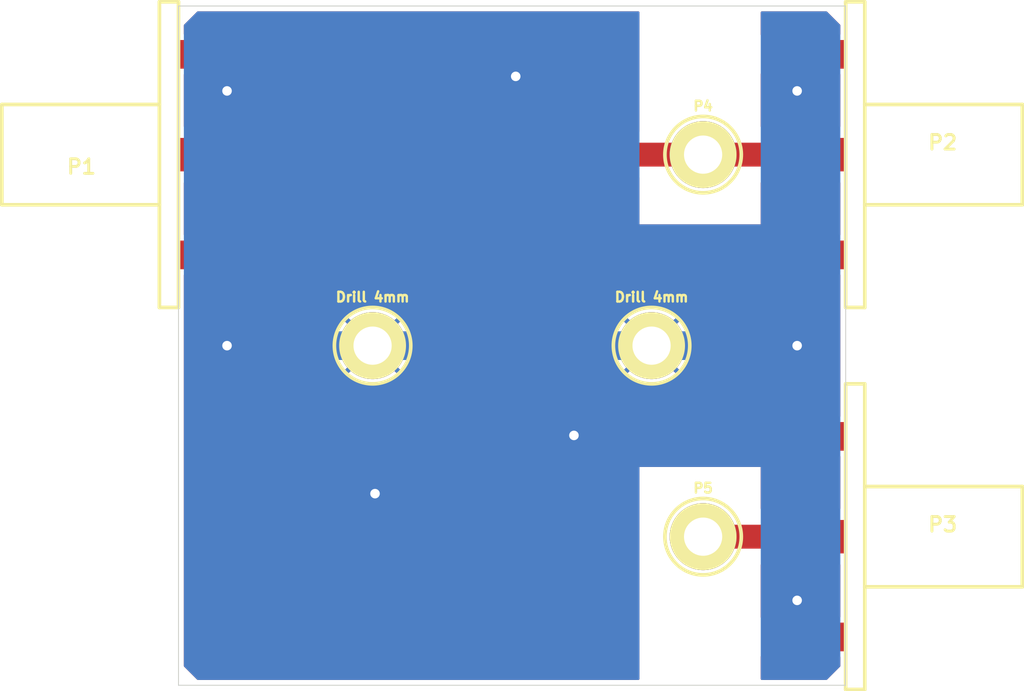
<source format=kicad_pcb>
(kicad_pcb (version 3) (host pcbnew "(22-Jun-2014 BZR 4027)-stable")

  (general
    (links 10)
    (no_connects 0)
    (area 156.739499 103.679499 266.170501 178.260501)
    (thickness 1.6)
    (drawings 5)
    (tracks 34)
    (zones 0)
    (modules 8)
    (nets 4)
  )

  (page A3)
  (title_block 
    (title "4:1 Balun")
    (rev 0.2)
    (company "Libre Space Foundation")
  )

  (layers
    (15 F.Cu signal)
    (0 B.Cu signal)
    (17 F.Adhes user)
    (19 F.Paste user)
    (21 F.SilkS user)
    (23 F.Mask user)
    (28 Edge.Cuts user)
  )

  (setup
    (last_trace_width 2.5)
    (trace_clearance 1.1)
    (zone_clearance 0.508)
    (zone_45_only yes)
    (trace_min 0.254)
    (segment_width 0.2)
    (edge_width 0.1)
    (via_size 0.889)
    (via_drill 0.635)
    (via_min_size 0.889)
    (via_min_drill 0.508)
    (uvia_size 0.508)
    (uvia_drill 0.127)
    (uvias_allowed no)
    (uvia_min_size 0.508)
    (uvia_min_drill 0.127)
    (pcb_text_width 0.3)
    (pcb_text_size 1.5 1.5)
    (mod_edge_width 0.15)
    (mod_text_size 1 1)
    (mod_text_width 0.15)
    (pad_size 5.08 5.08)
    (pad_drill 3.048)
    (pad_to_mask_clearance 0)
    (aux_axis_origin 204.47 161.29)
    (visible_elements FFFFFFBF)
    (pcbplotparams
      (layerselection 2129921)
      (usegerberextensions false)
      (excludeedgelayer false)
      (linewidth 0.150000)
      (plotframeref false)
      (viasonmask false)
      (mode 1)
      (useauxorigin false)
      (hpglpennumber 1)
      (hpglpenspeed 20)
      (hpglpendiameter 15)
      (hpglpenoverlay 2)
      (psnegative false)
      (psa4output true)
      (plotreference true)
      (plotvalue true)
      (plotothertext true)
      (plotinvisibletext false)
      (padsonsilk false)
      (subtractmaskfromsilk false)
      (outputformat 2)
      (mirror true)
      (drillshape 1)
      (scaleselection 1)
      (outputdirectory gerber/))
  )

  (net 0 "")
  (net 1 GND)
  (net 2 N-000001)
  (net 3 N-000003)

  (net_class Default "This is the default net class."
    (clearance 1.1)
    (trace_width 2.5)
    (via_dia 0.889)
    (via_drill 0.635)
    (uvia_dia 0.508)
    (uvia_drill 0.127)
    (add_net "")
    (add_net N-000001)
    (add_net N-000003)
  )

  (net_class Grounds ""
    (clearance 0.254)
    (trace_width 3)
    (via_dia 2.54)
    (via_drill 1)
    (uvia_dia 0.508)
    (uvia_drill 0.127)
    (add_net GND)
  )

  (module NTYPE_EDGE (layer F.Cu) (tedit 554C9A5E) (tstamp 554CC527)
    (at 246.38 160.97)
    (path /554C63A6)
    (fp_text reference P3 (at 10.16 -1.27) (layer F.SilkS)
      (effects (font (size 1.524 1.524) (thickness 0.3048)))
    )
    (fp_text value N-TYPE (at 10.16 1.27) (layer F.SilkS) hide
      (effects (font (size 1.524 1.524) (thickness 0.3048)))
    )
    (fp_line (start 0 -16) (end 2 -16) (layer F.SilkS) (width 0.381))
    (fp_line (start 2 -16) (end 2 16) (layer F.SilkS) (width 0.381))
    (fp_line (start 2 16) (end 0 16) (layer F.SilkS) (width 0.381))
    (fp_line (start 0 -16) (end 0 16) (layer F.SilkS) (width 0.381))
    (fp_line (start 2 5.25) (end 18.5 5.25) (layer F.SilkS) (width 0.381))
    (fp_line (start 18.5 -5.25) (end 18.5 5.25) (layer F.SilkS) (width 0.381))
    (fp_line (start 2 -5.25) (end 18.5 -5.25) (layer F.SilkS) (width 0.381))
    (pad 2 connect rect (at -4.25 -10.5) (size 8.5 3)
      (layers F.Cu F.Mask)
      (net 1 GND)
    )
    (pad 2 connect rect (at -4.25 10.5) (size 8.5 3)
      (layers F.Cu F.Mask)
      (net 1 GND)
    )
    (pad 1 connect rect (at -4.25 0) (size 8.5 3.5)
      (layers F.Cu F.Mask)
      (net 2 N-000001)
    )
  )

  (module NTYPE_EDGE (layer F.Cu) (tedit 554C9A5E) (tstamp 554CB127)
    (at 246.38 120.97)
    (path /554C63A0)
    (fp_text reference P2 (at 10.16 -1.27) (layer F.SilkS)
      (effects (font (size 1.524 1.524) (thickness 0.3048)))
    )
    (fp_text value N-TYPE (at 10.16 1.27) (layer F.SilkS) hide
      (effects (font (size 1.524 1.524) (thickness 0.3048)))
    )
    (fp_line (start 0 -16) (end 2 -16) (layer F.SilkS) (width 0.381))
    (fp_line (start 2 -16) (end 2 16) (layer F.SilkS) (width 0.381))
    (fp_line (start 2 16) (end 0 16) (layer F.SilkS) (width 0.381))
    (fp_line (start 0 -16) (end 0 16) (layer F.SilkS) (width 0.381))
    (fp_line (start 2 5.25) (end 18.5 5.25) (layer F.SilkS) (width 0.381))
    (fp_line (start 18.5 -5.25) (end 18.5 5.25) (layer F.SilkS) (width 0.381))
    (fp_line (start 2 -5.25) (end 18.5 -5.25) (layer F.SilkS) (width 0.381))
    (pad 2 connect rect (at -4.25 -10.5) (size 8.5 3)
      (layers F.Cu F.Mask)
      (net 1 GND)
    )
    (pad 2 connect rect (at -4.25 10.5) (size 8.5 3)
      (layers F.Cu F.Mask)
      (net 1 GND)
    )
    (pad 1 connect rect (at -4.25 0) (size 8.5 3.5)
      (layers F.Cu F.Mask)
      (net 3 N-000003)
    )
  )

  (module NTYPE_EDGE (layer F.Cu) (tedit 554C9A5E) (tstamp 554CB11B)
    (at 176.53 120.97 180)
    (path /554C6393)
    (fp_text reference P1 (at 10.16 -1.27 180) (layer F.SilkS)
      (effects (font (size 1.524 1.524) (thickness 0.3048)))
    )
    (fp_text value N-TYPE (at 10.16 1.27 180) (layer F.SilkS) hide
      (effects (font (size 1.524 1.524) (thickness 0.3048)))
    )
    (fp_line (start 0 -16) (end 2 -16) (layer F.SilkS) (width 0.381))
    (fp_line (start 2 -16) (end 2 16) (layer F.SilkS) (width 0.381))
    (fp_line (start 2 16) (end 0 16) (layer F.SilkS) (width 0.381))
    (fp_line (start 0 -16) (end 0 16) (layer F.SilkS) (width 0.381))
    (fp_line (start 2 5.25) (end 18.5 5.25) (layer F.SilkS) (width 0.381))
    (fp_line (start 18.5 -5.25) (end 18.5 5.25) (layer F.SilkS) (width 0.381))
    (fp_line (start 2 -5.25) (end 18.5 -5.25) (layer F.SilkS) (width 0.381))
    (pad 2 connect rect (at -4.25 -10.5 180) (size 8.5 3)
      (layers F.Cu F.Mask)
      (net 1 GND)
    )
    (pad 2 connect rect (at -4.25 10.5 180) (size 8.5 3)
      (layers F.Cu F.Mask)
      (net 1 GND)
    )
    (pad 1 connect rect (at -4.25 0 180) (size 8.5 3.5)
      (layers F.Cu F.Mask)
      (net 3 N-000003)
    )
  )

  (module DRILL_4mm (layer F.Cu) (tedit 554C95D8) (tstamp 554D460F)
    (at 231.455 120.97)
    (descr "module 1 pin (ou trou mecanique de percage)")
    (tags DEV)
    (path /554C872F)
    (fp_text reference P4 (at 0 -5.08) (layer F.SilkS)
      (effects (font (size 1.016 1.016) (thickness 0.254)))
    )
    (fp_text value CLAMP (at 0 5.08) (layer F.SilkS) hide
      (effects (font (size 1.016 1.016) (thickness 0.254)))
    )
    (fp_circle (center 0 0) (end 0 4) (layer F.SilkS) (width 0.381))
    (pad 1 thru_hole circle (at 0 0) (size 7 7) (drill 4)
      (layers *.Cu *.Mask F.SilkS)
      (net 3 N-000003)
    )
  )

  (module DRILL_4mm (layer F.Cu) (tedit 554C95D8) (tstamp 554D4663)
    (at 231.455 160.97)
    (descr "module 1 pin (ou trou mecanique de percage)")
    (tags DEV)
    (path /554C8713)
    (fp_text reference P5 (at 0 -5.08) (layer F.SilkS)
      (effects (font (size 1.016 1.016) (thickness 0.254)))
    )
    (fp_text value CLAMP (at 0 5.08) (layer F.SilkS) hide
      (effects (font (size 1.016 1.016) (thickness 0.254)))
    )
    (fp_circle (center 0 0) (end 0 4) (layer F.SilkS) (width 0.381))
    (pad 1 thru_hole circle (at 0 0) (size 7 7) (drill 4)
      (layers *.Cu *.Mask F.SilkS)
      (net 2 N-000001)
    )
  )

  (module DRILL_4mm (layer F.Cu) (tedit 554C95D8) (tstamp 554F2E1A)
    (at 196.85 140.97)
    (descr "module 1 pin (ou trou mecanique de percage)")
    (tags DEV)
    (path 1pin)
    (fp_text reference "Drill 4mm" (at 0 -5.08) (layer F.SilkS)
      (effects (font (size 1.016 1.016) (thickness 0.254)))
    )
    (fp_text value P*** (at 0 5.08) (layer F.SilkS) hide
      (effects (font (size 1.016 1.016) (thickness 0.254)))
    )
    (fp_circle (center 0 0) (end 0 4) (layer F.SilkS) (width 0.381))
    (pad 1 thru_hole circle (at 0 0) (size 7 7) (drill 4)
      (layers *.Cu *.Mask F.SilkS)
      (net 1 GND)
    )
  )

  (module DRILL_4mm (layer F.Cu) (tedit 554C95D8) (tstamp 554F2E4D)
    (at 226.06 140.97)
    (descr "module 1 pin (ou trou mecanique de percage)")
    (tags DEV)
    (path 1pin)
    (fp_text reference "Drill 4mm" (at 0 -5.08) (layer F.SilkS)
      (effects (font (size 1.016 1.016) (thickness 0.254)))
    )
    (fp_text value P*** (at 0 5.08) (layer F.SilkS) hide
      (effects (font (size 1.016 1.016) (thickness 0.254)))
    )
    (fp_circle (center 0 0) (end 0 4) (layer F.SilkS) (width 0.381))
    (pad 1 thru_hole circle (at 0 0) (size 7 7) (drill 4)
      (layers *.Cu *.Mask F.SilkS)
      (net 1 GND)
    )
  )

  (module OSHW_COPPER_10MM (layer F.Cu) (tedit 4F4F92AA) (tstamp 555026DA)
    (at 184.15 168.91)
    (fp_text reference OSHW_COPPER_10MM (at 0 0) (layer F.SilkS) hide
      (effects (font (size 1.524 1.524) (thickness 0.3048)))
    )
    (fp_text value VAL** (at 0 0) (layer F.SilkS) hide
      (effects (font (size 1.524 1.524) (thickness 0.3048)))
    )
    (pad "" smd trapezoid (at 0 -4.1656 180) (size 1.45796 1.4986) (rect_delta 0 -0.2794 )
      (layers F.Cu F.Paste F.Mask)
    )
    (pad "" smd trapezoid (at 2.94386 -2.94386 135) (size 1.45796 1.4986) (rect_delta 0 -0.2794 )
      (layers F.Cu F.Paste F.Mask)
    )
    (pad "" smd trapezoid (at 4.1656 0 90) (size 1.45796 1.4986) (rect_delta 0 -0.2794 )
      (layers F.Cu F.Paste F.Mask)
    )
    (pad "" smd trapezoid (at 2.94386 2.94386 45) (size 1.45796 1.4986) (rect_delta 0 -0.2794 )
      (layers F.Cu F.Paste F.Mask)
    )
    (pad "" smd trapezoid (at -2.94386 -2.94386 225) (size 1.45796 1.4986) (rect_delta 0 -0.2794 )
      (layers F.Cu F.Paste F.Mask)
    )
    (pad "" smd trapezoid (at -4.1656 0 270) (size 1.45796 1.4986) (rect_delta 0 -0.2794 )
      (layers F.Cu F.Paste F.Mask)
    )
    (pad "" smd trapezoid (at -2.94386 2.94386 315) (size 1.45796 1.4986) (rect_delta 0 -0.2794 )
      (layers F.Cu F.Paste F.Mask)
    )
    (pad "" smd trapezoid (at 0 -2.39522 180) (size 1.08204 2.29108) (rect_delta 0 0.41402 )
      (layers F.Cu F.Paste F.Mask)
    )
    (pad "" smd trapezoid (at -0.9144 -2.21234 202.5) (size 1.08204 2.29108) (rect_delta 0 0.41402 )
      (layers F.Cu F.Paste F.Mask)
    )
    (pad "" smd trapezoid (at 0.9144 -2.21234 157.5) (size 1.08204 2.29108) (rect_delta 0 0.41402 )
      (layers F.Cu F.Paste F.Mask)
    )
    (pad "" smd trapezoid (at 1.69164 -1.69164 135) (size 1.08204 2.29108) (rect_delta 0 0.41402 )
      (layers F.Cu F.Paste F.Mask)
    )
    (pad "" smd trapezoid (at -1.69164 -1.69164 225) (size 1.08204 2.29108) (rect_delta 0 0.41402 )
      (layers F.Cu F.Paste F.Mask)
    )
    (pad "" smd trapezoid (at 2.21234 -0.9144 112.5) (size 1.08204 2.29108) (rect_delta 0 0.41402 )
      (layers F.Cu F.Paste F.Mask)
    )
    (pad "" smd trapezoid (at -2.21234 -0.9144 247.5) (size 1.08204 2.29108) (rect_delta 0 0.41402 )
      (layers F.Cu F.Paste F.Mask)
    )
    (pad "" smd trapezoid (at 2.39522 0 90) (size 1.08204 2.29108) (rect_delta 0 0.41402 )
      (layers F.Cu F.Paste F.Mask)
    )
    (pad "" smd trapezoid (at -2.39522 0 270) (size 1.08204 2.29108) (rect_delta 0 0.41402 )
      (layers F.Cu F.Paste F.Mask)
    )
    (pad "" smd trapezoid (at -2.21234 0.9144 292.5) (size 1.08204 2.29108) (rect_delta 0 0.41402 )
      (layers F.Cu F.Paste F.Mask)
    )
    (pad "" smd trapezoid (at 2.21234 0.9144 67.5) (size 1.08204 2.29108) (rect_delta 0 0.41402 )
      (layers F.Cu F.Paste F.Mask)
    )
    (pad "" smd trapezoid (at 1.69164 1.69164 45) (size 1.08204 2.29108) (rect_delta 0 0.41402 )
      (layers F.Cu F.Paste F.Mask)
    )
    (pad "" smd trapezoid (at -1.69164 1.69164 315) (size 1.08204 2.29108) (rect_delta 0 0.41402 )
      (layers F.Cu F.Paste F.Mask)
    )
    (pad "" smd trapezoid (at -1.32842 1.99136 326.3) (size 0.54102 2.29108) (rect_delta 0 0.20828 )
      (layers F.Cu F.Paste F.Mask)
    )
    (pad "" smd trapezoid (at 1.32842 1.99136 33.7) (size 0.54102 2.29108) (rect_delta 0 0.20828 )
      (layers F.Cu F.Paste F.Mask)
    )
  )

  (gr_text "4:1 Balun REV0.2\n©2015 Libre Space Foundation" (at 190.5 168.91) (layer F.Cu)
    (effects (font (size 1.3 1.3) (thickness 0.3)) (justify left))
  )
  (gr_line (start 246.38 176.53) (end 176.53 176.53) (angle 90) (layer Edge.Cuts) (width 0.1))
  (gr_line (start 246.38 105.41) (end 246.38 176.53) (angle 90) (layer Edge.Cuts) (width 0.1))
  (gr_line (start 176.53 105.41) (end 246.38 105.41) (angle 90) (layer Edge.Cuts) (width 0.1))
  (gr_line (start 176.53 176.53) (end 176.53 105.41) (angle 90) (layer Edge.Cuts) (width 0.1) (tstamp 554F5BEE))

  (segment (start 197.104 156.464) (end 211.836 156.464) (width 3) (layer B.Cu) (net 1))
  (via (at 197.104 156.464) (size 2.54) (layers F.Cu B.Cu) (net 1))
  (segment (start 181.61 140.97) (end 197.104 156.464) (width 3) (layer B.Cu) (net 1))
  (via (at 217.932 150.368) (size 2.54) (layers F.Cu B.Cu) (net 1))
  (segment (start 211.836 156.464) (end 217.932 150.368) (width 3) (layer B.Cu) (net 1) (tstamp 554DDD9C))
  (segment (start 181.61 140.97) (end 209.804 112.776) (width 3) (layer B.Cu) (net 1))
  (via (at 211.836 112.776) (size 2.54) (layers F.Cu B.Cu) (net 1))
  (segment (start 209.804 112.776) (end 211.836 112.776) (width 3) (layer B.Cu) (net 1) (tstamp 554DDD79))
  (segment (start 196.85 140.97) (end 181.61 140.97) (width 3) (layer B.Cu) (net 1))
  (segment (start 180.78 110.47) (end 180.78 113.47) (width 3) (layer F.Cu) (net 1))
  (segment (start 180.78 113.47) (end 181.61 114.3) (width 3) (layer F.Cu) (net 1) (tstamp 554DDC92))
  (via (at 181.61 114.3) (size 2.54) (layers F.Cu B.Cu) (net 1))
  (segment (start 181.61 114.3) (end 181.61 140.97) (width 3) (layer B.Cu) (net 1) (tstamp 554DDC97))
  (segment (start 181.61 132.3) (end 180.78 131.47) (width 3) (layer F.Cu) (net 1) (tstamp 554DDCC6))
  (via (at 181.61 140.97) (size 2.54) (layers F.Cu B.Cu) (net 1))
  (segment (start 181.61 140.97) (end 181.61 132.3) (width 3) (layer F.Cu) (net 1) (tstamp 554DDCC5))
  (segment (start 226.06 140.97) (end 241.3 140.97) (width 3) (layer B.Cu) (net 1))
  (segment (start 226.06 140.97) (end 196.85 140.97) (width 3) (layer B.Cu) (net 1))
  (segment (start 241.3 140.97) (end 241.3 132.3) (width 3) (layer F.Cu) (net 1) (status 20))
  (segment (start 241.3 132.3) (end 242.13 131.47) (width 3) (layer F.Cu) (net 1) (tstamp 554ED141) (status 30))
  (via (at 241.3 140.97) (size 2.54) (layers F.Cu B.Cu) (net 1))
  (segment (start 242.13 150.47) (end 241.3 149.64) (width 3) (layer F.Cu) (net 1) (tstamp 554ED13E))
  (segment (start 241.3 149.64) (end 241.3 140.97) (width 3) (layer F.Cu) (net 1) (tstamp 554ED13D))
  (segment (start 242.13 171.47) (end 242.13 168.47) (width 3) (layer F.Cu) (net 1))
  (segment (start 241.3 167.64) (end 241.3 140.97) (width 3) (layer B.Cu) (net 1) (tstamp 554ED132))
  (via (at 241.3 167.64) (size 2.54) (layers F.Cu B.Cu) (net 1))
  (segment (start 242.13 168.47) (end 241.3 167.64) (width 3) (layer F.Cu) (net 1) (tstamp 554ED12F))
  (segment (start 242.13 113.47) (end 242.13 110.47) (width 3) (layer F.Cu) (net 1) (tstamp 554ED136) (status 20))
  (segment (start 241.3 114.3) (end 242.13 113.47) (width 3) (layer F.Cu) (net 1) (tstamp 554ED135))
  (via (at 241.3 114.3) (size 2.54) (layers F.Cu B.Cu) (net 1))
  (segment (start 241.3 140.97) (end 241.3 114.3) (width 3) (layer B.Cu) (net 1) (tstamp 554ED13A))
  (segment (start 231.455 160.97) (end 240.63 160.97) (width 2.5) (layer F.Cu) (net 2))
  (segment (start 180.78 120.97) (end 231.455 120.97) (width 2.5) (layer F.Cu) (net 3))
  (segment (start 240.63 120.97) (end 231.455 120.97) (width 2.5) (layer F.Cu) (net 3) (status 10))

  (zone (net 1) (net_name GND) (layer B.Cu) (tstamp 554F5BF8) (hatch edge 0.508)
    (connect_pads (clearance 0.508))
    (min_thickness 0.254)
    (fill (arc_segments 16) (thermal_gap 0.508) (thermal_bridge_width 0.508) (smoothing chamfer) (radius 2.54))
    (polygon
      (pts
        (xy 246.38 176.53) (xy 176.53 176.53) (xy 176.53 105.41) (xy 246.38 105.41)
      )
    )
    (filled_polygon
      (pts
        (xy 245.695 174.495395) (xy 244.345395 175.845) (xy 237.617 175.845) (xy 237.617 153.543) (xy 230.202345 153.543)
        (xy 230.202345 140.185334) (xy 229.586748 138.659856) (xy 229.543923 138.595762) (xy 229.017311 138.192294) (xy 228.837706 138.371899)
        (xy 228.837706 138.012689) (xy 228.434238 137.486077) (xy 226.92027 136.842693) (xy 225.275334 136.827655) (xy 223.749856 137.443252)
        (xy 223.685762 137.486077) (xy 223.282294 138.012689) (xy 226.06 140.790395) (xy 228.837706 138.012689) (xy 228.837706 138.371899)
        (xy 226.239605 140.97) (xy 229.017311 143.747706) (xy 229.543923 143.344238) (xy 230.187307 141.83027) (xy 230.202345 140.185334)
        (xy 230.202345 153.543) (xy 228.837706 153.543) (xy 228.837706 143.927311) (xy 226.06 141.149605) (xy 225.880395 141.32921)
        (xy 225.880395 140.97) (xy 223.102689 138.192294) (xy 222.576077 138.595762) (xy 221.932693 140.10973) (xy 221.917655 141.754666)
        (xy 222.533252 143.280144) (xy 222.576077 143.344238) (xy 223.102689 143.747706) (xy 225.880395 140.97) (xy 225.880395 141.32921)
        (xy 223.282294 143.927311) (xy 223.685762 144.453923) (xy 225.19973 145.097307) (xy 226.844666 145.112345) (xy 228.370144 144.496748)
        (xy 228.434238 144.453923) (xy 228.837706 143.927311) (xy 228.837706 153.543) (xy 224.663 153.543) (xy 224.663 175.845)
        (xy 200.992345 175.845) (xy 200.992345 140.185334) (xy 200.376748 138.659856) (xy 200.333923 138.595762) (xy 199.807311 138.192294)
        (xy 199.627706 138.371899) (xy 199.627706 138.012689) (xy 199.224238 137.486077) (xy 197.71027 136.842693) (xy 196.065334 136.827655)
        (xy 194.539856 137.443252) (xy 194.475762 137.486077) (xy 194.072294 138.012689) (xy 196.85 140.790395) (xy 199.627706 138.012689)
        (xy 199.627706 138.371899) (xy 197.029605 140.97) (xy 199.807311 143.747706) (xy 200.333923 143.344238) (xy 200.977307 141.83027)
        (xy 200.992345 140.185334) (xy 200.992345 175.845) (xy 199.627706 175.845) (xy 199.627706 143.927311) (xy 196.85 141.149605)
        (xy 196.670395 141.32921) (xy 196.670395 140.97) (xy 193.892689 138.192294) (xy 193.366077 138.595762) (xy 192.722693 140.10973)
        (xy 192.707655 141.754666) (xy 193.323252 143.280144) (xy 193.366077 143.344238) (xy 193.892689 143.747706) (xy 196.670395 140.97)
        (xy 196.670395 141.32921) (xy 194.072294 143.927311) (xy 194.475762 144.453923) (xy 195.98973 145.097307) (xy 197.634666 145.112345)
        (xy 199.160144 144.496748) (xy 199.224238 144.453923) (xy 199.627706 143.927311) (xy 199.627706 175.845) (xy 178.564605 175.845)
        (xy 177.215 174.495395) (xy 177.215 107.444605) (xy 178.564605 106.095) (xy 224.663 106.095) (xy 224.663 128.397)
        (xy 237.617 128.397) (xy 237.617 106.095) (xy 244.345395 106.095) (xy 245.695 107.444605) (xy 245.695 174.495395)
      )
    )
  )
  (zone (net 0) (net_name "") (layer B.Cu) (tstamp 554F5BF9) (hatch edge 0.508)
    (connect_pads (clearance 0.508))
    (min_thickness 0.254)
    (keepout (tracks not_allowed) (vias not_allowed) (copperpour not_allowed))
    (fill (arc_segments 16) (thermal_gap 0.508) (thermal_bridge_width 0.508))
    (polygon
      (pts
        (xy 237.49 176.53) (xy 224.79 176.53) (xy 224.79 153.67) (xy 237.49 153.67)
      )
    )
  )
  (zone (net 0) (net_name "") (layer B.Cu) (tstamp 554F5BFB) (hatch edge 0.508)
    (connect_pads (clearance 0.508))
    (min_thickness 0.254)
    (keepout (tracks not_allowed) (vias not_allowed) (copperpour not_allowed))
    (fill (arc_segments 16) (thermal_gap 0.508) (thermal_bridge_width 0.508))
    (polygon
      (pts
        (xy 237.49 128.27) (xy 224.79 128.27) (xy 224.79 105.41) (xy 237.49 105.41)
      )
    )
  )
  (zone (net 0) (net_name "") (layer F.Cu) (tstamp 554F5BFB) (hatch edge 0.508)
    (connect_pads (clearance 0.508))
    (min_thickness 0.254)
    (keepout (tracks allowed) (vias not_allowed) (copperpour not_allowed))
    (fill (arc_segments 16) (thermal_gap 0.508) (thermal_bridge_width 0.508))
    (polygon
      (pts
        (xy 237.49 128.27) (xy 224.79 128.27) (xy 224.79 105.41) (xy 237.49 105.41)
      )
    )
  )
  (zone (net 0) (net_name "") (layer F.Cu) (tstamp 554F5BF9) (hatch edge 0.508)
    (connect_pads (clearance 0.508))
    (min_thickness 0.254)
    (keepout (tracks allowed) (vias not_allowed) (copperpour not_allowed))
    (fill (arc_segments 16) (thermal_gap 0.508) (thermal_bridge_width 0.508))
    (polygon
      (pts
        (xy 237.49 176.53) (xy 224.79 176.53) (xy 224.79 153.67) (xy 237.49 153.67)
      )
    )
  )
  (zone (net 1) (net_name GND) (layer F.Cu) (tstamp 554F5BF8) (hatch edge 0.508)
    (connect_pads (clearance 0.508))
    (min_thickness 0.254)
    (fill (arc_segments 16) (thermal_gap 0.508) (thermal_bridge_width 0.508) (smoothing chamfer) (radius 2.54))
    (polygon
      (pts
        (xy 246.38 176.53) (xy 176.53 176.53) (xy 176.53 105.41) (xy 246.38 105.41)
      )
    )
    (filled_polygon
      (pts
        (xy 224.663 118.493) (xy 186.037995 118.493) (xy 185.725947 118.180407) (xy 185.66511 118.155145) (xy 185.66511 111.844245)
        (xy 185.66511 109.095755) (xy 185.664889 108.843136) (xy 185.568013 108.609832) (xy 185.389229 108.431359) (xy 185.155755 108.33489)
        (xy 181.06575 108.335) (xy 180.907 108.49375) (xy 180.907 110.343) (xy 185.50625 110.343) (xy 185.665 110.18425)
        (xy 185.66511 109.095755) (xy 185.66511 111.844245) (xy 185.665 110.75575) (xy 185.50625 110.597) (xy 180.907 110.597)
        (xy 180.907 112.44625) (xy 181.06575 112.605) (xy 185.155755 112.60511) (xy 185.389229 112.508641) (xy 185.568013 112.330168)
        (xy 185.664889 112.096864) (xy 185.66511 111.844245) (xy 185.66511 118.155145) (xy 185.275136 117.993214) (xy 184.787005 117.992788)
        (xy 177.215 117.992788) (xy 177.215 112.605088) (xy 180.49425 112.605) (xy 180.653 112.44625) (xy 180.653 110.597)
        (xy 180.633 110.597) (xy 180.633 110.343) (xy 180.653 110.343) (xy 180.653 108.49375) (xy 180.49425 108.335)
        (xy 177.215 108.334911) (xy 177.215 107.444605) (xy 178.564605 106.095) (xy 224.663 106.095) (xy 224.663 118.493)
      )
    )
    (filled_polygon
      (pts
        (xy 245.695 117.992788) (xy 237.637005 117.992788) (xy 237.617 118.001053) (xy 237.617 112.548401) (xy 237.754245 112.60511)
        (xy 241.84425 112.605) (xy 242.003 112.44625) (xy 242.003 110.597) (xy 241.983 110.597) (xy 241.983 110.343)
        (xy 242.003 110.343) (xy 242.003 108.49375) (xy 241.84425 108.335) (xy 237.754245 108.33489) (xy 237.617 108.391598)
        (xy 237.617 106.095) (xy 244.345395 106.095) (xy 245.695 107.444605) (xy 245.695 108.334911) (xy 242.41575 108.335)
        (xy 242.257 108.49375) (xy 242.257 110.343) (xy 242.277 110.343) (xy 242.277 110.597) (xy 242.257 110.597)
        (xy 242.257 112.44625) (xy 242.41575 112.605) (xy 245.695 112.605088) (xy 245.695 117.992788)
      )
    )
    (filled_polygon
      (pts
        (xy 245.695 157.992788) (xy 242.003 157.992788) (xy 242.003 152.44625) (xy 242.003 150.597) (xy 242.003 150.343)
        (xy 242.003 148.49375) (xy 242.003 133.44625) (xy 242.003 131.597) (xy 242.003 131.343) (xy 242.003 129.49375)
        (xy 241.84425 129.335) (xy 237.754245 129.33489) (xy 237.520771 129.431359) (xy 237.341987 129.609832) (xy 237.245111 129.843136)
        (xy 237.24489 130.095755) (xy 237.245 131.18425) (xy 237.40375 131.343) (xy 242.003 131.343) (xy 242.003 131.597)
        (xy 237.40375 131.597) (xy 237.245 131.75575) (xy 237.24489 132.844245) (xy 237.245111 133.096864) (xy 237.341987 133.330168)
        (xy 237.520771 133.508641) (xy 237.754245 133.60511) (xy 241.84425 133.605) (xy 242.003 133.44625) (xy 242.003 148.49375)
        (xy 241.84425 148.335) (xy 237.754245 148.33489) (xy 237.520771 148.431359) (xy 237.341987 148.609832) (xy 237.245111 148.843136)
        (xy 237.24489 149.095755) (xy 237.245 150.18425) (xy 237.40375 150.343) (xy 242.003 150.343) (xy 242.003 150.597)
        (xy 237.40375 150.597) (xy 237.245 150.75575) (xy 237.24489 151.844245) (xy 237.245111 152.096864) (xy 237.341987 152.330168)
        (xy 237.520771 152.508641) (xy 237.754245 152.60511) (xy 241.84425 152.605) (xy 242.003 152.44625) (xy 242.003 157.992788)
        (xy 237.637005 157.992788) (xy 237.617 158.001053) (xy 237.617 153.543) (xy 230.202345 153.543) (xy 230.202345 140.185334)
        (xy 229.586748 138.659856) (xy 229.543923 138.595762) (xy 229.017311 138.192294) (xy 228.837706 138.371899) (xy 228.837706 138.012689)
        (xy 228.434238 137.486077) (xy 226.92027 136.842693) (xy 225.275334 136.827655) (xy 223.749856 137.443252) (xy 223.685762 137.486077)
        (xy 223.282294 138.012689) (xy 226.06 140.790395) (xy 228.837706 138.012689) (xy 228.837706 138.371899) (xy 226.239605 140.97)
        (xy 229.017311 143.747706) (xy 229.543923 143.344238) (xy 230.187307 141.83027) (xy 230.202345 140.185334) (xy 230.202345 153.543)
        (xy 228.837706 153.543) (xy 228.837706 143.927311) (xy 226.06 141.149605) (xy 225.880395 141.32921) (xy 225.880395 140.97)
        (xy 223.102689 138.192294) (xy 222.576077 138.595762) (xy 221.932693 140.10973) (xy 221.917655 141.754666) (xy 222.533252 143.280144)
        (xy 222.576077 143.344238) (xy 223.102689 143.747706) (xy 225.880395 140.97) (xy 225.880395 141.32921) (xy 223.282294 143.927311)
        (xy 223.685762 144.453923) (xy 225.19973 145.097307) (xy 226.844666 145.112345) (xy 228.370144 144.496748) (xy 228.434238 144.453923)
        (xy 228.837706 143.927311) (xy 228.837706 153.543) (xy 224.663 153.543) (xy 224.663 175.845) (xy 222.732614 175.845)
        (xy 222.732614 172.725) (xy 222.732614 166.915) (xy 200.992345 166.915) (xy 200.992345 140.185334) (xy 200.376748 138.659856)
        (xy 200.333923 138.595762) (xy 199.807311 138.192294) (xy 199.627706 138.371899) (xy 199.627706 138.012689) (xy 199.224238 137.486077)
        (xy 197.71027 136.842693) (xy 196.065334 136.827655) (xy 194.539856 137.443252) (xy 194.475762 137.486077) (xy 194.072294 138.012689)
        (xy 196.85 140.790395) (xy 199.627706 138.012689) (xy 199.627706 138.371899) (xy 197.029605 140.97) (xy 199.807311 143.747706)
        (xy 200.333923 143.344238) (xy 200.977307 141.83027) (xy 200.992345 140.185334) (xy 200.992345 166.915) (xy 199.627706 166.915)
        (xy 199.627706 143.927311) (xy 196.85 141.149605) (xy 196.670395 141.32921) (xy 196.670395 140.97) (xy 193.892689 138.192294)
        (xy 193.366077 138.595762) (xy 192.722693 140.10973) (xy 192.707655 141.754666) (xy 193.323252 143.280144) (xy 193.366077 143.344238)
        (xy 193.892689 143.747706) (xy 196.670395 140.97) (xy 196.670395 141.32921) (xy 194.072294 143.927311) (xy 194.475762 144.453923)
        (xy 195.98973 145.097307) (xy 197.634666 145.112345) (xy 199.160144 144.496748) (xy 199.224238 144.453923) (xy 199.627706 143.927311)
        (xy 199.627706 166.915) (xy 189.715 166.915) (xy 189.715 166.982689) (xy 189.310036 166.814534) (xy 189.209592 166.814446)
        (xy 189.277538 166.746501) (xy 189.464731 166.29569) (xy 189.465157 165.80756) (xy 189.278751 165.356423) (xy 188.933891 165.010961)
        (xy 187.705392 163.782462) (xy 187.254581 163.595269) (xy 186.766451 163.594843) (xy 186.315314 163.781249) (xy 186.245892 163.85055)
        (xy 186.245892 163.752105) (xy 186.059486 163.300968) (xy 185.714627 162.955507) (xy 185.66511 162.934945) (xy 185.66511 132.844245)
        (xy 185.66511 130.095755) (xy 185.664889 129.843136) (xy 185.568013 129.609832) (xy 185.389229 129.431359) (xy 185.155755 129.33489)
        (xy 181.06575 129.335) (xy 180.907 129.49375) (xy 180.907 131.343) (xy 185.50625 131.343) (xy 185.665 131.18425)
        (xy 185.66511 130.095755) (xy 185.66511 132.844245) (xy 185.665 131.75575) (xy 185.50625 131.597) (xy 180.907 131.597)
        (xy 180.907 133.44625) (xy 181.06575 133.605) (xy 185.155755 133.60511) (xy 185.389229 133.508641) (xy 185.568013 133.330168)
        (xy 185.664889 133.096864) (xy 185.66511 132.844245) (xy 185.66511 162.934945) (xy 185.263816 162.768314) (xy 184.775685 162.767888)
        (xy 183.038325 162.767888) (xy 182.587188 162.954294) (xy 182.241727 163.299153) (xy 182.054534 163.749964) (xy 182.054446 163.850407)
        (xy 181.986501 163.782462) (xy 181.53569 163.595269) (xy 181.04756 163.594843) (xy 180.596423 163.781249) (xy 180.250961 164.126109)
        (xy 179.022462 165.354608) (xy 178.835269 165.805419) (xy 178.834843 166.293549) (xy 179.021249 166.744686) (xy 179.09055 166.814108)
        (xy 178.992105 166.814108) (xy 178.540968 167.000514) (xy 178.195507 167.345373) (xy 178.008314 167.796184) (xy 178.007888 168.284315)
        (xy 178.007888 170.021675) (xy 178.194294 170.472812) (xy 178.539153 170.818273) (xy 178.989964 171.005466) (xy 179.090407 171.005553)
        (xy 179.022462 171.073499) (xy 178.835269 171.52431) (xy 178.834843 172.01244) (xy 179.021249 172.463577) (xy 179.366109 172.809039)
        (xy 180.594608 174.037538) (xy 181.045419 174.224731) (xy 181.533549 174.225157) (xy 181.984686 174.038751) (xy 182.330148 173.693891)
        (xy 182.763634 173.260404) (xy 182.976426 173.218078) (xy 183.382292 172.946886) (xy 183.653484 172.54102) (xy 184.15 171.796525)
        (xy 184.916165 172.945342) (xy 185.321557 173.217241) (xy 185.536307 173.260346) (xy 186.313499 174.037538) (xy 186.76431 174.224731)
        (xy 187.25244 174.225157) (xy 187.703577 174.038751) (xy 188.049039 173.693891) (xy 189.277538 172.465392) (xy 189.464731 172.014581)
        (xy 189.465157 171.526451) (xy 189.278751 171.075314) (xy 189.209449 171.005892) (xy 189.307895 171.005892) (xy 189.715 170.837679)
        (xy 189.715 172.725) (xy 222.732614 172.725) (xy 222.732614 175.845) (xy 178.564605 175.845) (xy 177.215 174.495395)
        (xy 177.215 133.605088) (xy 180.49425 133.605) (xy 180.653 133.44625) (xy 180.653 131.597) (xy 180.633 131.597)
        (xy 180.633 131.343) (xy 180.653 131.343) (xy 180.653 129.49375) (xy 180.49425 129.335) (xy 177.215 129.334911)
        (xy 177.215 123.947212) (xy 185.272995 123.947212) (xy 185.724132 123.760806) (xy 186.038485 123.447) (xy 224.663 123.447)
        (xy 224.663 128.397) (xy 237.617 128.397) (xy 237.617 123.939368) (xy 237.634864 123.946786) (xy 238.122995 123.947212)
        (xy 245.695 123.947212) (xy 245.695 129.334911) (xy 242.41575 129.335) (xy 242.257 129.49375) (xy 242.257 131.343)
        (xy 242.277 131.343) (xy 242.277 131.597) (xy 242.257 131.597) (xy 242.257 133.44625) (xy 242.41575 133.605)
        (xy 245.695 133.605088) (xy 245.695 148.334911) (xy 242.41575 148.335) (xy 242.257 148.49375) (xy 242.257 150.343)
        (xy 242.277 150.343) (xy 242.277 150.597) (xy 242.257 150.597) (xy 242.257 152.44625) (xy 242.41575 152.605)
        (xy 245.695 152.605088) (xy 245.695 157.992788)
      )
    )
    (filled_polygon
      (pts
        (xy 245.695 174.495395) (xy 244.345395 175.845) (xy 237.617 175.845) (xy 237.617 173.548401) (xy 237.754245 173.60511)
        (xy 241.84425 173.605) (xy 242.003 173.44625) (xy 242.003 171.597) (xy 241.983 171.597) (xy 241.983 171.343)
        (xy 242.003 171.343) (xy 242.003 169.49375) (xy 241.84425 169.335) (xy 237.754245 169.33489) (xy 237.617 169.391598)
        (xy 237.617 163.939368) (xy 237.634864 163.946786) (xy 238.122995 163.947212) (xy 245.695 163.947212) (xy 245.695 169.334911)
        (xy 242.41575 169.335) (xy 242.257 169.49375) (xy 242.257 171.343) (xy 242.277 171.343) (xy 242.277 171.597)
        (xy 242.257 171.597) (xy 242.257 173.44625) (xy 242.41575 173.605) (xy 245.695 173.605088) (xy 245.695 174.495395)
      )
    )
  )
)

</source>
